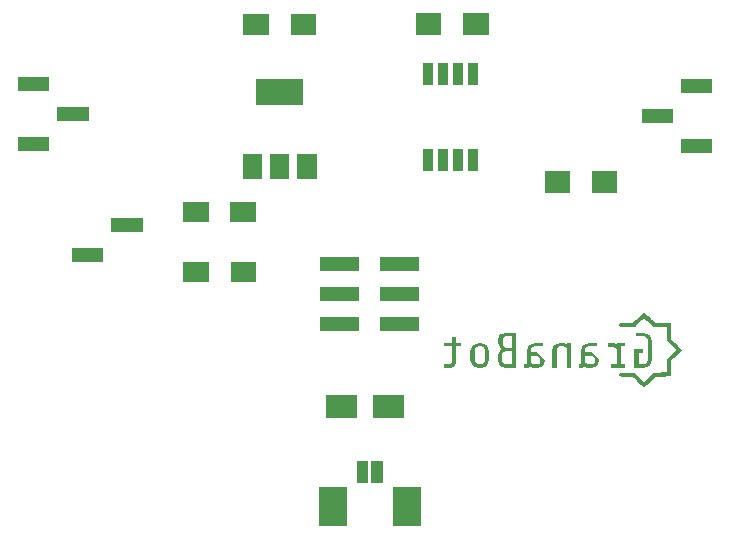
<source format=gbs>
%TF.GenerationSoftware,KiCad,Pcbnew,4.0.7*%
%TF.CreationDate,2018-04-25T10:24:50+02:00*%
%TF.ProjectId,001,3030312E6B696361645F706362000000,rev?*%
%TF.FileFunction,Soldermask,Bot*%
%FSLAX46Y46*%
G04 Gerber Fmt 4.6, Leading zero omitted, Abs format (unit mm)*
G04 Created by KiCad (PCBNEW 4.0.7) date 04/25/18 10:24:50*
%MOMM*%
%LPD*%
G01*
G04 APERTURE LIST*
%ADD10C,0.100000*%
G04 APERTURE END LIST*
D10*
G36*
X160241423Y-119836437D02*
X160357553Y-119720693D01*
X160473828Y-119604800D01*
X160590210Y-119488800D01*
X160706383Y-119373013D01*
X160869671Y-119373013D01*
X161033166Y-119373013D01*
X161196810Y-119373013D01*
X161360159Y-119373013D01*
X161527247Y-119363413D01*
X161694545Y-119353813D01*
X161861996Y-119344213D01*
X162029146Y-119334613D01*
X162032986Y-119167125D01*
X162036826Y-118999424D01*
X162040666Y-118831563D01*
X162044506Y-118664011D01*
X162044506Y-118453909D01*
X162044506Y-118244384D01*
X162044506Y-118033056D01*
X162160223Y-117917461D01*
X162276086Y-117801728D01*
X162392057Y-117685888D01*
X162507817Y-117570251D01*
X162623534Y-117454656D01*
X162739397Y-117338923D01*
X162855367Y-117223083D01*
X162971127Y-117107445D01*
X162855410Y-116991147D01*
X162739547Y-116874699D01*
X162623577Y-116758144D01*
X162507817Y-116641803D01*
X162392099Y-116525504D01*
X162276236Y-116409045D01*
X162160266Y-116292491D01*
X162044506Y-116176149D01*
X162044506Y-115965408D01*
X162044506Y-115755232D01*
X162044506Y-115543253D01*
X162037999Y-115373067D01*
X162031492Y-115202677D01*
X162024986Y-115032117D01*
X162018479Y-114861877D01*
X161848297Y-114849824D01*
X161677901Y-114837771D01*
X161507348Y-114825611D01*
X161337104Y-114813557D01*
X161173402Y-114813557D01*
X161009492Y-114813557D01*
X160845435Y-114813557D01*
X160681671Y-114813557D01*
X160565370Y-114697835D01*
X160448922Y-114581973D01*
X160332367Y-114466005D01*
X160216022Y-114350240D01*
X160099721Y-114234528D01*
X159983273Y-114118656D01*
X159866719Y-114002688D01*
X159750374Y-113886933D01*
X159634783Y-114002645D01*
X159519047Y-114118517D01*
X159403204Y-114234485D01*
X159287571Y-114350240D01*
X159171980Y-114465963D01*
X159056244Y-114581824D01*
X158940401Y-114697792D01*
X158824768Y-114813557D01*
X158635140Y-114813557D01*
X158446031Y-114813557D01*
X158255290Y-114813557D01*
X158072277Y-114821024D01*
X157889766Y-114828491D01*
X157705679Y-114835957D01*
X157633924Y-114998773D01*
X157703930Y-115148032D01*
X157904834Y-115153365D01*
X158105189Y-115158699D01*
X158307274Y-115164032D01*
X158467853Y-115164032D01*
X158628635Y-115164032D01*
X158789563Y-115164032D01*
X158950202Y-115164032D01*
X159071089Y-115042496D01*
X159191645Y-114921291D01*
X159313242Y-114799040D01*
X159449837Y-114668811D01*
X159586058Y-114538944D01*
X159723455Y-114407957D01*
X159869484Y-114529355D01*
X160015111Y-114650411D01*
X160161998Y-114772523D01*
X160292319Y-114902603D01*
X160422283Y-115032331D01*
X160553369Y-115163179D01*
X160741119Y-115165312D01*
X160928356Y-115167445D01*
X161117210Y-115169579D01*
X161304961Y-115171712D01*
X161492198Y-115173845D01*
X161681052Y-115175979D01*
X161683292Y-115363733D01*
X161685532Y-115550965D01*
X161687772Y-115739819D01*
X161690012Y-115927573D01*
X161692252Y-116114805D01*
X161694492Y-116303659D01*
X161825677Y-116435083D01*
X161956501Y-116566155D01*
X162088457Y-116698347D01*
X162219642Y-116829771D01*
X162350466Y-116960832D01*
X162482421Y-117093024D01*
X162353182Y-117222453D01*
X162224295Y-117351520D01*
X162094297Y-117481707D01*
X161965056Y-117611125D01*
X161836170Y-117740192D01*
X161706171Y-117870379D01*
X161702011Y-118060128D01*
X161697851Y-118249365D01*
X161693691Y-118440235D01*
X161689531Y-118629995D01*
X161685371Y-118819232D01*
X161681211Y-119010101D01*
X161491455Y-119014368D01*
X161302220Y-119018635D01*
X161111350Y-119022901D01*
X160921595Y-119027168D01*
X160732359Y-119031435D01*
X160541489Y-119035701D01*
X160414055Y-119162955D01*
X160286972Y-119289856D01*
X160158790Y-119417856D01*
X160023438Y-119545109D01*
X159888455Y-119672021D01*
X159752308Y-119800021D01*
X159614133Y-119670677D01*
X159476337Y-119541696D01*
X159337350Y-119411595D01*
X159207095Y-119282251D01*
X159077197Y-119153269D01*
X158946176Y-119023168D01*
X158736359Y-119023168D01*
X158527119Y-119023168D01*
X158316070Y-119023168D01*
X158114460Y-119029568D01*
X157913403Y-119035968D01*
X157710608Y-119042368D01*
X157634085Y-119205995D01*
X157697776Y-119354837D01*
X157875725Y-119361237D01*
X158053187Y-119367637D01*
X158232181Y-119374037D01*
X158421211Y-119374037D01*
X158609722Y-119374037D01*
X158799860Y-119374037D01*
X158915524Y-119489824D01*
X159031333Y-119605771D01*
X159147249Y-119721813D01*
X159262956Y-119837643D01*
X159384942Y-119953387D01*
X159507082Y-120069280D01*
X159629333Y-120185280D01*
X159751364Y-120301067D01*
X159873817Y-120185280D01*
X159996422Y-120069333D01*
X160119141Y-119953291D01*
X160241638Y-119837461D01*
X160241587Y-119838037D01*
X160241423Y-119836437D01*
X160241423Y-119836437D01*
G37*
G36*
X159671411Y-118637163D02*
X160244785Y-118457451D01*
X160441615Y-117909749D01*
X160441615Y-116369344D01*
X160244785Y-115825920D01*
X159671411Y-115641931D01*
X159068085Y-115641931D01*
X159068085Y-115967125D01*
X159714201Y-115967125D01*
X159970935Y-116061312D01*
X160069346Y-116288096D01*
X160069346Y-117991104D01*
X159970935Y-118217877D01*
X159714201Y-118312064D01*
X159294867Y-118312064D01*
X159294867Y-117383541D01*
X159667133Y-117383541D01*
X159667133Y-117062613D01*
X158939718Y-117062613D01*
X158939718Y-118637259D01*
X159671411Y-118637259D01*
X159671411Y-118637163D01*
X159671411Y-118637163D01*
G37*
G36*
X157796982Y-118316245D02*
X157796982Y-116818624D01*
X158109343Y-116818624D01*
X158109343Y-116497707D01*
X157454670Y-116497707D01*
X157454670Y-116613237D01*
X157112357Y-116497707D01*
X156671630Y-116497707D01*
X156671630Y-116840021D01*
X157155147Y-116840021D01*
X157360534Y-116929835D01*
X157433270Y-117105269D01*
X157433270Y-118316203D01*
X156966869Y-118316203D01*
X156966869Y-118637120D01*
X158109338Y-118637120D01*
X158109338Y-118316203D01*
X157796977Y-118316203D01*
X157796982Y-118316245D01*
X157796982Y-118316245D01*
G37*
G36*
X154446331Y-118637163D02*
X154985471Y-118316288D01*
X154822873Y-118256341D01*
X154788643Y-118102293D01*
X154788643Y-117631616D01*
X155323507Y-117631616D01*
X155507500Y-117704363D01*
X155580236Y-117888352D01*
X155580236Y-118102293D01*
X155528886Y-118264896D01*
X155366288Y-118316203D01*
X154985465Y-118316203D01*
X154985471Y-118316288D01*
X154446331Y-118637163D01*
X154570419Y-118602923D01*
X154681670Y-118508736D01*
X154942684Y-118637109D01*
X155323507Y-118637109D01*
X155798466Y-118508736D01*
X155943949Y-118059456D01*
X155943949Y-117973909D01*
X155319228Y-117310677D01*
X154788643Y-117310677D01*
X154788643Y-117096736D01*
X154869945Y-116891349D01*
X155109564Y-116818603D01*
X155772795Y-116818603D01*
X155772795Y-116497685D01*
X155152353Y-116497685D01*
X154604653Y-116660288D01*
X154424939Y-117182315D01*
X154424939Y-118209248D01*
X154377867Y-118307701D01*
X154210989Y-118337675D01*
X154210989Y-118637205D01*
X154446329Y-118637205D01*
X154446331Y-118637163D01*
X154446331Y-118637163D01*
G37*
G36*
X153209459Y-116497707D02*
X153209459Y-116600427D01*
X152867147Y-116497707D01*
X152670317Y-116497707D01*
X152156848Y-116660309D01*
X151985692Y-117182336D01*
X151985692Y-118637163D01*
X152349399Y-118637163D01*
X152349399Y-117096757D01*
X152426423Y-116895648D01*
X152627532Y-116818635D01*
X152909940Y-116818635D01*
X153119606Y-116895648D01*
X153188065Y-117053963D01*
X153188065Y-118637163D01*
X153551772Y-118637163D01*
X153551772Y-116497707D01*
X153209459Y-116497707D01*
X153209459Y-116497707D01*
G37*
G36*
X149833134Y-118637163D02*
X150372274Y-118316288D01*
X150209676Y-118256341D01*
X150175446Y-118102293D01*
X150175446Y-117631616D01*
X150710310Y-117631616D01*
X150894303Y-117704363D01*
X150967050Y-117888352D01*
X150967050Y-118102293D01*
X150915700Y-118264896D01*
X150753102Y-118316203D01*
X150372278Y-118316203D01*
X150372274Y-118316288D01*
X149833134Y-118637163D01*
X149957222Y-118602923D01*
X150068474Y-118508736D01*
X150329487Y-118637109D01*
X150710310Y-118637109D01*
X151185269Y-118508736D01*
X151330752Y-118059456D01*
X151330752Y-117973909D01*
X150706031Y-117310677D01*
X150175446Y-117310677D01*
X150175446Y-117096736D01*
X150256748Y-116891349D01*
X150496367Y-116818603D01*
X151159598Y-116818603D01*
X151159598Y-116497685D01*
X150539156Y-116497685D01*
X149991456Y-116660288D01*
X149811742Y-117182315D01*
X149811742Y-118209248D01*
X149764670Y-118307701D01*
X149597792Y-118337675D01*
X149597792Y-118637205D01*
X149833132Y-118637205D01*
X149833134Y-118637163D01*
X149833134Y-118637163D01*
G37*
G36*
X147363938Y-117961088D02*
X148091357Y-116908469D01*
X147868853Y-116822923D01*
X147778997Y-116596139D01*
X147778997Y-116270944D01*
X147778992Y-116270923D01*
X147856016Y-116035584D01*
X148091357Y-115962837D01*
X148574873Y-115962837D01*
X148574873Y-116908469D01*
X148091357Y-116908469D01*
X147363938Y-117961088D01*
X147736203Y-117537504D01*
X147821781Y-117314997D01*
X148048563Y-117229451D01*
X148574868Y-117229451D01*
X148574868Y-118316299D01*
X148052842Y-118316299D01*
X147813223Y-118243552D01*
X147736199Y-118003936D01*
X147736199Y-117537536D01*
X147736203Y-117537504D01*
X147363938Y-117961088D01*
X147535094Y-118483115D01*
X148091353Y-118637163D01*
X148947134Y-118637163D01*
X148947134Y-115641931D01*
X148142699Y-115641931D01*
X147586441Y-115795968D01*
X147406726Y-116309440D01*
X147406726Y-116553333D01*
X147642067Y-117049685D01*
X147363938Y-117575989D01*
X147363938Y-117961088D01*
X147363938Y-117961088D01*
G37*
G36*
X145053060Y-117952533D02*
X145416767Y-117096757D01*
X145498068Y-116891371D01*
X145737687Y-116818624D01*
X145964469Y-116818624D01*
X146204089Y-116891371D01*
X146285390Y-117096757D01*
X146285390Y-118038112D01*
X146204089Y-118243499D01*
X145964469Y-118316245D01*
X145737687Y-118316245D01*
X145498068Y-118243499D01*
X145416767Y-118038112D01*
X145416767Y-117096757D01*
X145053060Y-117952533D01*
X145232774Y-118474560D01*
X145780475Y-118637163D01*
X145921678Y-118637163D01*
X146473658Y-118474560D01*
X146649092Y-117952533D01*
X146649092Y-117182336D01*
X146473658Y-116660309D01*
X145921678Y-116497707D01*
X145780475Y-116497707D01*
X145232774Y-116660309D01*
X145053060Y-117182336D01*
X145053060Y-117952533D01*
X145053060Y-117952533D01*
G37*
G36*
X143384018Y-118637163D02*
X143717773Y-118495957D01*
X143833303Y-118123691D01*
X143833303Y-116818624D01*
X144239799Y-116818624D01*
X144239799Y-116497707D01*
X143833303Y-116497707D01*
X143833303Y-115984235D01*
X143469597Y-115984235D01*
X143469597Y-116497707D01*
X142844876Y-116497707D01*
X142844876Y-116818624D01*
X143469597Y-116818624D01*
X143469597Y-118145088D01*
X143422525Y-118277728D01*
X143277042Y-118316235D01*
X142844873Y-118316235D01*
X142844873Y-118637152D01*
X143384015Y-118637152D01*
X143384018Y-118637163D01*
X143384018Y-118637163D01*
G37*
G36*
X140826200Y-131981200D02*
X138473800Y-131981200D01*
X138473800Y-128728800D01*
X140826200Y-128728800D01*
X140826200Y-131981200D01*
X140826200Y-131981200D01*
G37*
G36*
X134576200Y-131981200D02*
X132223800Y-131981200D01*
X132223800Y-128728800D01*
X134576200Y-128728800D01*
X134576200Y-131981200D01*
X134576200Y-131981200D01*
G37*
G36*
X137626200Y-128381200D02*
X136673800Y-128381200D01*
X136673800Y-126528800D01*
X137626200Y-126528800D01*
X137626200Y-128381200D01*
X137626200Y-128381200D01*
G37*
G36*
X136376200Y-128381200D02*
X135423800Y-128381200D01*
X135423800Y-126528800D01*
X136376200Y-126528800D01*
X136376200Y-128381200D01*
X136376200Y-128381200D01*
G37*
G36*
X139468860Y-122896630D02*
X136817100Y-122896630D01*
X136817100Y-120943370D01*
X139468860Y-120943370D01*
X139468860Y-122896630D01*
X139468860Y-122896630D01*
G37*
G36*
X135470900Y-122896630D02*
X132819140Y-122896630D01*
X132819140Y-120943370D01*
X135470900Y-120943370D01*
X135470900Y-122896630D01*
X135470900Y-122896630D01*
G37*
G36*
X140701200Y-115511200D02*
X137398800Y-115511200D01*
X137398800Y-114358800D01*
X140701200Y-114358800D01*
X140701200Y-115511200D01*
X140701200Y-115511200D01*
G37*
G36*
X135651200Y-115511200D02*
X132348800Y-115511200D01*
X132348800Y-114358800D01*
X135651200Y-114358800D01*
X135651200Y-115511200D01*
X135651200Y-115511200D01*
G37*
G36*
X140701200Y-112971200D02*
X137398800Y-112971200D01*
X137398800Y-111818800D01*
X140701200Y-111818800D01*
X140701200Y-112971200D01*
X140701200Y-112971200D01*
G37*
G36*
X135651200Y-112971200D02*
X132348800Y-112971200D01*
X132348800Y-111818800D01*
X135651200Y-111818800D01*
X135651200Y-112971200D01*
X135651200Y-112971200D01*
G37*
G36*
X122901200Y-111391600D02*
X120748800Y-111391600D01*
X120748800Y-109639200D01*
X122901200Y-109639200D01*
X122901200Y-111391600D01*
X122901200Y-111391600D01*
G37*
G36*
X126901200Y-111391600D02*
X124748800Y-111391600D01*
X124748800Y-109639200D01*
X126901200Y-109639200D01*
X126901200Y-111391600D01*
X126901200Y-111391600D01*
G37*
G36*
X140701200Y-110431200D02*
X137398800Y-110431200D01*
X137398800Y-109278800D01*
X140701200Y-109278800D01*
X140701200Y-110431200D01*
X140701200Y-110431200D01*
G37*
G36*
X135651200Y-110431200D02*
X132348800Y-110431200D01*
X132348800Y-109278800D01*
X135651200Y-109278800D01*
X135651200Y-110431200D01*
X135651200Y-110431200D01*
G37*
G36*
X113980200Y-109669200D02*
X111317800Y-109669200D01*
X111317800Y-108516800D01*
X113980200Y-108516800D01*
X113980200Y-109669200D01*
X113980200Y-109669200D01*
G37*
G36*
X117290200Y-107129200D02*
X114627800Y-107129200D01*
X114627800Y-105976800D01*
X117290200Y-105976800D01*
X117290200Y-107129200D01*
X117290200Y-107129200D01*
G37*
G36*
X122875800Y-106311600D02*
X120723400Y-106311600D01*
X120723400Y-104559200D01*
X122875800Y-104559200D01*
X122875800Y-106311600D01*
X122875800Y-106311600D01*
G37*
G36*
X126875800Y-106311600D02*
X124723400Y-106311600D01*
X124723400Y-104559200D01*
X126875800Y-104559200D01*
X126875800Y-106311600D01*
X126875800Y-106311600D01*
G37*
G36*
X153476200Y-103796200D02*
X151323800Y-103796200D01*
X151323800Y-101943800D01*
X153476200Y-101943800D01*
X153476200Y-103796200D01*
X153476200Y-103796200D01*
G37*
G36*
X157476200Y-103796200D02*
X155323800Y-103796200D01*
X155323800Y-101943800D01*
X157476200Y-101943800D01*
X157476200Y-103796200D01*
X157476200Y-103796200D01*
G37*
G36*
X132031200Y-102651200D02*
X130378800Y-102651200D01*
X130378800Y-100498800D01*
X132031200Y-100498800D01*
X132031200Y-102651200D01*
X132031200Y-102651200D01*
G37*
G36*
X127431200Y-102651200D02*
X125778800Y-102651200D01*
X125778800Y-100498800D01*
X127431200Y-100498800D01*
X127431200Y-102651200D01*
X127431200Y-102651200D01*
G37*
G36*
X129731200Y-102651200D02*
X128078800Y-102651200D01*
X128078800Y-100498800D01*
X129731200Y-100498800D01*
X129731200Y-102651200D01*
X129731200Y-102651200D01*
G37*
G36*
X145689200Y-101985200D02*
X144886800Y-101985200D01*
X144886800Y-100132800D01*
X145689200Y-100132800D01*
X145689200Y-101985200D01*
X145689200Y-101985200D01*
G37*
G36*
X144419200Y-101985200D02*
X143616800Y-101985200D01*
X143616800Y-100132800D01*
X144419200Y-100132800D01*
X144419200Y-101985200D01*
X144419200Y-101985200D01*
G37*
G36*
X143149200Y-101985200D02*
X142346800Y-101985200D01*
X142346800Y-100132800D01*
X143149200Y-100132800D01*
X143149200Y-101985200D01*
X143149200Y-101985200D01*
G37*
G36*
X141879200Y-101985200D02*
X141076800Y-101985200D01*
X141076800Y-100132800D01*
X141879200Y-100132800D01*
X141879200Y-101985200D01*
X141879200Y-101985200D01*
G37*
G36*
X165542200Y-100398200D02*
X162879800Y-100398200D01*
X162879800Y-99245800D01*
X165542200Y-99245800D01*
X165542200Y-100398200D01*
X165542200Y-100398200D01*
G37*
G36*
X109408200Y-100271200D02*
X106745800Y-100271200D01*
X106745800Y-99118800D01*
X109408200Y-99118800D01*
X109408200Y-100271200D01*
X109408200Y-100271200D01*
G37*
G36*
X162232200Y-97858200D02*
X159569800Y-97858200D01*
X159569800Y-96705800D01*
X162232200Y-96705800D01*
X162232200Y-97858200D01*
X162232200Y-97858200D01*
G37*
G36*
X112718200Y-97731200D02*
X110055800Y-97731200D01*
X110055800Y-96578800D01*
X112718200Y-96578800D01*
X112718200Y-97731200D01*
X112718200Y-97731200D01*
G37*
G36*
X130881200Y-96351200D02*
X126928800Y-96351200D01*
X126928800Y-94198800D01*
X130881200Y-94198800D01*
X130881200Y-96351200D01*
X130881200Y-96351200D01*
G37*
G36*
X165542200Y-95318200D02*
X162879800Y-95318200D01*
X162879800Y-94165800D01*
X165542200Y-94165800D01*
X165542200Y-95318200D01*
X165542200Y-95318200D01*
G37*
G36*
X109408200Y-95191200D02*
X106745800Y-95191200D01*
X106745800Y-94038800D01*
X109408200Y-94038800D01*
X109408200Y-95191200D01*
X109408200Y-95191200D01*
G37*
G36*
X141879200Y-94685200D02*
X141076800Y-94685200D01*
X141076800Y-92832800D01*
X141879200Y-92832800D01*
X141879200Y-94685200D01*
X141879200Y-94685200D01*
G37*
G36*
X145689200Y-94685200D02*
X144886800Y-94685200D01*
X144886800Y-92832800D01*
X145689200Y-92832800D01*
X145689200Y-94685200D01*
X145689200Y-94685200D01*
G37*
G36*
X143149200Y-94685200D02*
X142346800Y-94685200D01*
X142346800Y-92832800D01*
X143149200Y-92832800D01*
X143149200Y-94685200D01*
X143149200Y-94685200D01*
G37*
G36*
X144419200Y-94685200D02*
X143616800Y-94685200D01*
X143616800Y-92832800D01*
X144419200Y-92832800D01*
X144419200Y-94685200D01*
X144419200Y-94685200D01*
G37*
G36*
X146586200Y-90461200D02*
X144433800Y-90461200D01*
X144433800Y-88608800D01*
X146586200Y-88608800D01*
X146586200Y-90461200D01*
X146586200Y-90461200D01*
G37*
G36*
X142586200Y-90461200D02*
X140433800Y-90461200D01*
X140433800Y-88608800D01*
X142586200Y-88608800D01*
X142586200Y-90461200D01*
X142586200Y-90461200D01*
G37*
G36*
X131981200Y-90411200D02*
X129828800Y-90411200D01*
X129828800Y-88658800D01*
X131981200Y-88658800D01*
X131981200Y-90411200D01*
X131981200Y-90411200D01*
G37*
G36*
X127981200Y-90411200D02*
X125828800Y-90411200D01*
X125828800Y-88658800D01*
X127981200Y-88658800D01*
X127981200Y-90411200D01*
X127981200Y-90411200D01*
G37*
M02*

</source>
